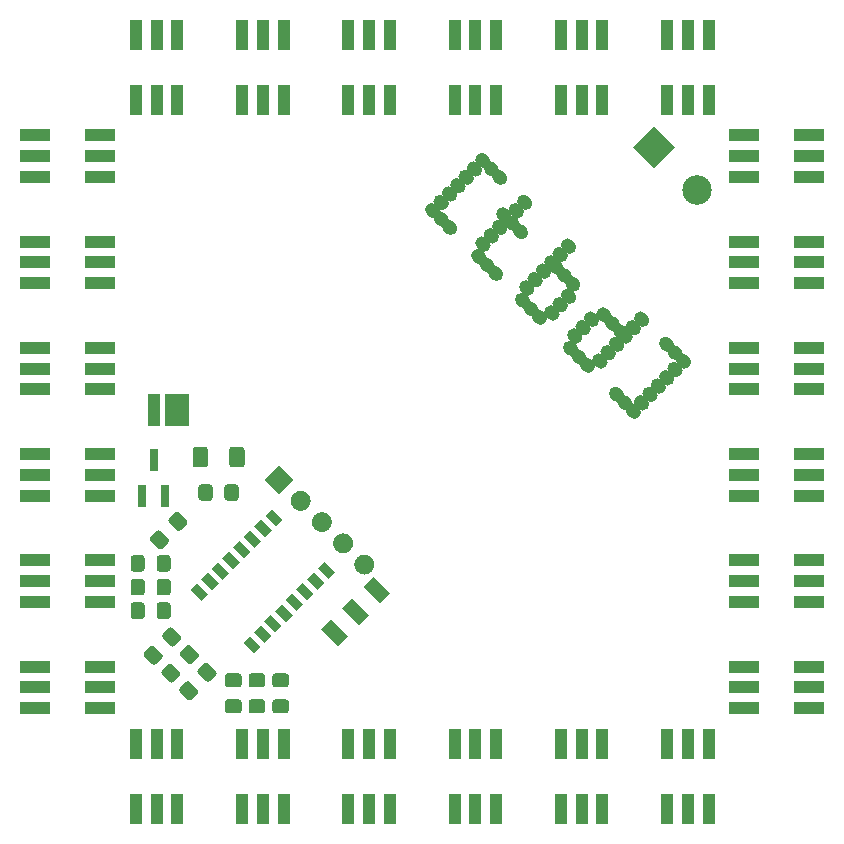
<source format=gbr>
%TF.GenerationSoftware,KiCad,Pcbnew,5.1.9+dfsg1-1+deb11u1*%
%TF.CreationDate,2024-07-25T19:41:34+02:00*%
%TF.ProjectId,label1,6c616265-6c31-42e6-9b69-6361645f7063,rev?*%
%TF.SameCoordinates,Original*%
%TF.FileFunction,Soldermask,Top*%
%TF.FilePolarity,Negative*%
%FSLAX46Y46*%
G04 Gerber Fmt 4.6, Leading zero omitted, Abs format (unit mm)*
G04 Created by KiCad (PCBNEW 5.1.9+dfsg1-1+deb11u1) date 2024-07-25 19:41:34*
%MOMM*%
%LPD*%
G01*
G04 APERTURE LIST*
%ADD10C,0.100000*%
%ADD11R,2.000000X2.800000*%
%ADD12R,1.000000X2.800000*%
%ADD13R,1.100000X2.600000*%
%ADD14R,2.600000X1.100000*%
%ADD15R,0.800000X1.900000*%
%ADD16C,2.500000*%
G04 APERTURE END LIST*
%TO.C,REF\u002A\u002A*%
G36*
G01*
X70954773Y-52197414D02*
X70954773Y-52197414D01*
G75*
G02*
X71767945Y-52197414I406586J-406586D01*
G01*
X71944721Y-52374190D01*
G75*
G02*
X71944721Y-53187362I-406586J-406586D01*
G01*
X71944721Y-53187362D01*
G75*
G02*
X71131549Y-53187362I-406586J406586D01*
G01*
X70954773Y-53010586D01*
G75*
G02*
X70954773Y-52197414I406586J406586D01*
G01*
G37*
G36*
G01*
X71661880Y-52904521D02*
X71661880Y-52904521D01*
G75*
G02*
X72475052Y-52904521I406586J-406586D01*
G01*
X72651828Y-53081297D01*
G75*
G02*
X72651828Y-53894469I-406586J-406586D01*
G01*
X72651828Y-53894469D01*
G75*
G02*
X71838656Y-53894469I-406586J406586D01*
G01*
X71661880Y-53717693D01*
G75*
G02*
X71661880Y-52904521I406586J406586D01*
G01*
G37*
G36*
G01*
X72368987Y-53611628D02*
X72368987Y-53611628D01*
G75*
G02*
X73182159Y-53611628I406586J-406586D01*
G01*
X73358935Y-53788404D01*
G75*
G02*
X73358935Y-54601576I-406586J-406586D01*
G01*
X73358935Y-54601576D01*
G75*
G02*
X72545763Y-54601576I-406586J406586D01*
G01*
X72368987Y-54424800D01*
G75*
G02*
X72368987Y-53611628I406586J406586D01*
G01*
G37*
G36*
G01*
X73076094Y-52904521D02*
X73076094Y-52904521D01*
G75*
G02*
X73889266Y-52904521I406586J-406586D01*
G01*
X74066042Y-53081297D01*
G75*
G02*
X74066042Y-53894469I-406586J-406586D01*
G01*
X74066042Y-53894469D01*
G75*
G02*
X73252870Y-53894469I-406586J406586D01*
G01*
X73076094Y-53717693D01*
G75*
G02*
X73076094Y-52904521I406586J406586D01*
G01*
G37*
G36*
G01*
X73783201Y-52197414D02*
X73783201Y-52197414D01*
G75*
G02*
X74596373Y-52197414I406586J-406586D01*
G01*
X74773149Y-52374190D01*
G75*
G02*
X74773149Y-53187362I-406586J-406586D01*
G01*
X74773149Y-53187362D01*
G75*
G02*
X73959977Y-53187362I-406586J406586D01*
G01*
X73783201Y-53010586D01*
G75*
G02*
X73783201Y-52197414I406586J406586D01*
G01*
G37*
G36*
G01*
X74490307Y-51490307D02*
X74490307Y-51490307D01*
G75*
G02*
X75303479Y-51490307I406586J-406586D01*
G01*
X75480255Y-51667083D01*
G75*
G02*
X75480255Y-52480255I-406586J-406586D01*
G01*
X75480255Y-52480255D01*
G75*
G02*
X74667083Y-52480255I-406586J406586D01*
G01*
X74490307Y-52303479D01*
G75*
G02*
X74490307Y-51490307I406586J406586D01*
G01*
G37*
G36*
G01*
X75197414Y-50783201D02*
X75197414Y-50783201D01*
G75*
G02*
X76010586Y-50783201I406586J-406586D01*
G01*
X76187362Y-50959977D01*
G75*
G02*
X76187362Y-51773149I-406586J-406586D01*
G01*
X76187362Y-51773149D01*
G75*
G02*
X75374190Y-51773149I-406586J406586D01*
G01*
X75197414Y-51596373D01*
G75*
G02*
X75197414Y-50783201I406586J406586D01*
G01*
G37*
G36*
G01*
X75904521Y-50076094D02*
X75904521Y-50076094D01*
G75*
G02*
X76717693Y-50076094I406586J-406586D01*
G01*
X76894469Y-50252870D01*
G75*
G02*
X76894469Y-51066042I-406586J-406586D01*
G01*
X76894469Y-51066042D01*
G75*
G02*
X76081297Y-51066042I-406586J406586D01*
G01*
X75904521Y-50889266D01*
G75*
G02*
X75904521Y-50076094I406586J406586D01*
G01*
G37*
G36*
G01*
X76611628Y-49368987D02*
X76611628Y-49368987D01*
G75*
G02*
X77424800Y-49368987I406586J-406586D01*
G01*
X77601576Y-49545763D01*
G75*
G02*
X77601576Y-50358935I-406586J-406586D01*
G01*
X77601576Y-50358935D01*
G75*
G02*
X76788404Y-50358935I-406586J406586D01*
G01*
X76611628Y-50182159D01*
G75*
G02*
X76611628Y-49368987I406586J406586D01*
G01*
G37*
G36*
G01*
X75904521Y-48661880D02*
X75904521Y-48661880D01*
G75*
G02*
X76717693Y-48661880I406586J-406586D01*
G01*
X76894469Y-48838656D01*
G75*
G02*
X76894469Y-49651828I-406586J-406586D01*
G01*
X76894469Y-49651828D01*
G75*
G02*
X76081297Y-49651828I-406586J406586D01*
G01*
X75904521Y-49475052D01*
G75*
G02*
X75904521Y-48661880I406586J406586D01*
G01*
G37*
G36*
G01*
X75197414Y-47954773D02*
X75197414Y-47954773D01*
G75*
G02*
X76010586Y-47954773I406586J-406586D01*
G01*
X76187362Y-48131549D01*
G75*
G02*
X76187362Y-48944721I-406586J-406586D01*
G01*
X76187362Y-48944721D01*
G75*
G02*
X75374190Y-48944721I-406586J406586D01*
G01*
X75197414Y-48767945D01*
G75*
G02*
X75197414Y-47954773I406586J406586D01*
G01*
G37*
G36*
G01*
X71308327Y-46894113D02*
X71308327Y-46894113D01*
G75*
G02*
X72121499Y-46894113I406586J-406586D01*
G01*
X72298275Y-47070889D01*
G75*
G02*
X72298275Y-47884061I-406586J-406586D01*
G01*
X72298275Y-47884061D01*
G75*
G02*
X71485103Y-47884061I-406586J406586D01*
G01*
X71308327Y-47707285D01*
G75*
G02*
X71308327Y-46894113I406586J406586D01*
G01*
G37*
G36*
G01*
X70601220Y-46187007D02*
X70601220Y-46187007D01*
G75*
G02*
X71414392Y-46187007I406586J-406586D01*
G01*
X71591168Y-46363783D01*
G75*
G02*
X71591168Y-47176955I-406586J-406586D01*
G01*
X71591168Y-47176955D01*
G75*
G02*
X70777996Y-47176955I-406586J406586D01*
G01*
X70601220Y-47000179D01*
G75*
G02*
X70601220Y-46187007I406586J406586D01*
G01*
G37*
G36*
G01*
X69894113Y-45479900D02*
X69894113Y-45479900D01*
G75*
G02*
X70707285Y-45479900I406586J-406586D01*
G01*
X70884061Y-45656676D01*
G75*
G02*
X70884061Y-46469848I-406586J-406586D01*
G01*
X70884061Y-46469848D01*
G75*
G02*
X70070889Y-46469848I-406586J406586D01*
G01*
X69894113Y-46293072D01*
G75*
G02*
X69894113Y-45479900I406586J406586D01*
G01*
G37*
G36*
G01*
X73076094Y-45833453D02*
X73076094Y-45833453D01*
G75*
G02*
X73889266Y-45833453I406586J-406586D01*
G01*
X74066042Y-46010229D01*
G75*
G02*
X74066042Y-46823401I-406586J-406586D01*
G01*
X74066042Y-46823401D01*
G75*
G02*
X73252870Y-46823401I-406586J406586D01*
G01*
X73076094Y-46646625D01*
G75*
G02*
X73076094Y-45833453I406586J406586D01*
G01*
G37*
G36*
G01*
X72368987Y-46540560D02*
X72368987Y-46540560D01*
G75*
G02*
X73182159Y-46540560I406586J-406586D01*
G01*
X73358935Y-46717336D01*
G75*
G02*
X73358935Y-47530508I-406586J-406586D01*
G01*
X73358935Y-47530508D01*
G75*
G02*
X72545763Y-47530508I-406586J406586D01*
G01*
X72368987Y-47353732D01*
G75*
G02*
X72368987Y-46540560I406586J406586D01*
G01*
G37*
G36*
G01*
X71661880Y-47247667D02*
X71661880Y-47247667D01*
G75*
G02*
X72475052Y-47247667I406586J-406586D01*
G01*
X72651828Y-47424443D01*
G75*
G02*
X72651828Y-48237615I-406586J-406586D01*
G01*
X72651828Y-48237615D01*
G75*
G02*
X71838656Y-48237615I-406586J406586D01*
G01*
X71661880Y-48060839D01*
G75*
G02*
X71661880Y-47247667I406586J406586D01*
G01*
G37*
G36*
G01*
X70954773Y-47954773D02*
X70954773Y-47954773D01*
G75*
G02*
X71767945Y-47954773I406586J-406586D01*
G01*
X71944721Y-48131549D01*
G75*
G02*
X71944721Y-48944721I-406586J-406586D01*
G01*
X71944721Y-48944721D01*
G75*
G02*
X71131549Y-48944721I-406586J406586D01*
G01*
X70954773Y-48767945D01*
G75*
G02*
X70954773Y-47954773I406586J406586D01*
G01*
G37*
G36*
G01*
X70247667Y-48661880D02*
X70247667Y-48661880D01*
G75*
G02*
X71060839Y-48661880I406586J-406586D01*
G01*
X71237615Y-48838656D01*
G75*
G02*
X71237615Y-49651828I-406586J-406586D01*
G01*
X71237615Y-49651828D01*
G75*
G02*
X70424443Y-49651828I-406586J406586D01*
G01*
X70247667Y-49475052D01*
G75*
G02*
X70247667Y-48661880I406586J406586D01*
G01*
G37*
G36*
G01*
X69540560Y-49368987D02*
X69540560Y-49368987D01*
G75*
G02*
X70353732Y-49368987I406586J-406586D01*
G01*
X70530508Y-49545763D01*
G75*
G02*
X70530508Y-50358935I-406586J-406586D01*
G01*
X70530508Y-50358935D01*
G75*
G02*
X69717336Y-50358935I-406586J406586D01*
G01*
X69540560Y-50182159D01*
G75*
G02*
X69540560Y-49368987I406586J406586D01*
G01*
G37*
G36*
G01*
X68479900Y-49722540D02*
X68479900Y-49722540D01*
G75*
G02*
X69293072Y-49722540I406586J-406586D01*
G01*
X69469848Y-49899316D01*
G75*
G02*
X69469848Y-50712488I-406586J-406586D01*
G01*
X69469848Y-50712488D01*
G75*
G02*
X68656676Y-50712488I-406586J406586D01*
G01*
X68479900Y-50535712D01*
G75*
G02*
X68479900Y-49722540I406586J406586D01*
G01*
G37*
G36*
G01*
X67772793Y-49015434D02*
X67772793Y-49015434D01*
G75*
G02*
X68585965Y-49015434I406586J-406586D01*
G01*
X68762741Y-49192210D01*
G75*
G02*
X68762741Y-50005382I-406586J-406586D01*
G01*
X68762741Y-50005382D01*
G75*
G02*
X67949569Y-50005382I-406586J406586D01*
G01*
X67772793Y-49828606D01*
G75*
G02*
X67772793Y-49015434I406586J406586D01*
G01*
G37*
G36*
G01*
X67065686Y-48308327D02*
X67065686Y-48308327D01*
G75*
G02*
X67878858Y-48308327I406586J-406586D01*
G01*
X68055634Y-48485103D01*
G75*
G02*
X68055634Y-49298275I-406586J-406586D01*
G01*
X68055634Y-49298275D01*
G75*
G02*
X67242462Y-49298275I-406586J406586D01*
G01*
X67065686Y-49121499D01*
G75*
G02*
X67065686Y-48308327I406586J406586D01*
G01*
G37*
G36*
G01*
X67419240Y-47247667D02*
X67419240Y-47247667D01*
G75*
G02*
X68232412Y-47247667I406586J-406586D01*
G01*
X68409188Y-47424443D01*
G75*
G02*
X68409188Y-48237615I-406586J-406586D01*
G01*
X68409188Y-48237615D01*
G75*
G02*
X67596016Y-48237615I-406586J406586D01*
G01*
X67419240Y-48060839D01*
G75*
G02*
X67419240Y-47247667I406586J406586D01*
G01*
G37*
G36*
G01*
X68126346Y-46540560D02*
X68126346Y-46540560D01*
G75*
G02*
X68939518Y-46540560I406586J-406586D01*
G01*
X69116294Y-46717336D01*
G75*
G02*
X69116294Y-47530508I-406586J-406586D01*
G01*
X69116294Y-47530508D01*
G75*
G02*
X68303122Y-47530508I-406586J406586D01*
G01*
X68126346Y-47353732D01*
G75*
G02*
X68126346Y-46540560I406586J406586D01*
G01*
G37*
G36*
G01*
X68833453Y-45833453D02*
X68833453Y-45833453D01*
G75*
G02*
X69646625Y-45833453I406586J-406586D01*
G01*
X69823401Y-46010229D01*
G75*
G02*
X69823401Y-46823401I-406586J-406586D01*
G01*
X69823401Y-46823401D01*
G75*
G02*
X69010229Y-46823401I-406586J406586D01*
G01*
X68833453Y-46646625D01*
G75*
G02*
X68833453Y-45833453I406586J406586D01*
G01*
G37*
G36*
G01*
X65474696Y-45303123D02*
X65474696Y-45303123D01*
G75*
G02*
X66287868Y-45303123I406586J-406586D01*
G01*
X66464644Y-45479899D01*
G75*
G02*
X66464644Y-46293071I-406586J-406586D01*
G01*
X66464644Y-46293071D01*
G75*
G02*
X65651472Y-46293071I-406586J406586D01*
G01*
X65474696Y-46116295D01*
G75*
G02*
X65474696Y-45303123I406586J406586D01*
G01*
G37*
G36*
G01*
X66181803Y-44596016D02*
X66181803Y-44596016D01*
G75*
G02*
X66994975Y-44596016I406586J-406586D01*
G01*
X67171751Y-44772792D01*
G75*
G02*
X67171751Y-45585964I-406586J-406586D01*
G01*
X67171751Y-45585964D01*
G75*
G02*
X66358579Y-45585964I-406586J406586D01*
G01*
X66181803Y-45409188D01*
G75*
G02*
X66181803Y-44596016I406586J406586D01*
G01*
G37*
G36*
G01*
X66888909Y-43888909D02*
X66888909Y-43888909D01*
G75*
G02*
X67702081Y-43888909I406586J-406586D01*
G01*
X67878857Y-44065685D01*
G75*
G02*
X67878857Y-44878857I-406586J-406586D01*
G01*
X67878857Y-44878857D01*
G75*
G02*
X67065685Y-44878857I-406586J406586D01*
G01*
X66888909Y-44702081D01*
G75*
G02*
X66888909Y-43888909I406586J406586D01*
G01*
G37*
G36*
G01*
X67242463Y-42828249D02*
X67242463Y-42828249D01*
G75*
G02*
X68055635Y-42828249I406586J-406586D01*
G01*
X68232411Y-43005025D01*
G75*
G02*
X68232411Y-43818197I-406586J-406586D01*
G01*
X68232411Y-43818197D01*
G75*
G02*
X67419239Y-43818197I-406586J406586D01*
G01*
X67242463Y-43641421D01*
G75*
G02*
X67242463Y-42828249I406586J406586D01*
G01*
G37*
G36*
G01*
X66535356Y-42121143D02*
X66535356Y-42121143D01*
G75*
G02*
X67348528Y-42121143I406586J-406586D01*
G01*
X67525304Y-42297919D01*
G75*
G02*
X67525304Y-43111091I-406586J-406586D01*
G01*
X67525304Y-43111091D01*
G75*
G02*
X66712132Y-43111091I-406586J406586D01*
G01*
X66535356Y-42934315D01*
G75*
G02*
X66535356Y-42121143I406586J406586D01*
G01*
G37*
G36*
G01*
X65828249Y-41414036D02*
X65828249Y-41414036D01*
G75*
G02*
X66641421Y-41414036I406586J-406586D01*
G01*
X66818197Y-41590812D01*
G75*
G02*
X66818197Y-42403984I-406586J-406586D01*
G01*
X66818197Y-42403984D01*
G75*
G02*
X66005025Y-42403984I-406586J406586D01*
G01*
X65828249Y-42227208D01*
G75*
G02*
X65828249Y-41414036I406586J406586D01*
G01*
G37*
G36*
G01*
X64414036Y-45656676D02*
X64414036Y-45656676D01*
G75*
G02*
X65227208Y-45656676I406586J-406586D01*
G01*
X65403984Y-45833452D01*
G75*
G02*
X65403984Y-46646624I-406586J-406586D01*
G01*
X65403984Y-46646624D01*
G75*
G02*
X64590812Y-46646624I-406586J406586D01*
G01*
X64414036Y-46469848D01*
G75*
G02*
X64414036Y-45656676I406586J406586D01*
G01*
G37*
G36*
G01*
X63706929Y-44949570D02*
X63706929Y-44949570D01*
G75*
G02*
X64520101Y-44949570I406586J-406586D01*
G01*
X64696877Y-45126346D01*
G75*
G02*
X64696877Y-45939518I-406586J-406586D01*
G01*
X64696877Y-45939518D01*
G75*
G02*
X63883705Y-45939518I-406586J406586D01*
G01*
X63706929Y-45762742D01*
G75*
G02*
X63706929Y-44949570I406586J406586D01*
G01*
G37*
G36*
G01*
X62999822Y-44242463D02*
X62999822Y-44242463D01*
G75*
G02*
X63812994Y-44242463I406586J-406586D01*
G01*
X63989770Y-44419239D01*
G75*
G02*
X63989770Y-45232411I-406586J-406586D01*
G01*
X63989770Y-45232411D01*
G75*
G02*
X63176598Y-45232411I-406586J406586D01*
G01*
X62999822Y-45055635D01*
G75*
G02*
X62999822Y-44242463I406586J406586D01*
G01*
G37*
G36*
G01*
X63353376Y-43181803D02*
X63353376Y-43181803D01*
G75*
G02*
X64166548Y-43181803I406586J-406586D01*
G01*
X64343324Y-43358579D01*
G75*
G02*
X64343324Y-44171751I-406586J-406586D01*
G01*
X64343324Y-44171751D01*
G75*
G02*
X63530152Y-44171751I-406586J406586D01*
G01*
X63353376Y-43994975D01*
G75*
G02*
X63353376Y-43181803I406586J406586D01*
G01*
G37*
G36*
G01*
X64060482Y-42474696D02*
X64060482Y-42474696D01*
G75*
G02*
X64873654Y-42474696I406586J-406586D01*
G01*
X65050430Y-42651472D01*
G75*
G02*
X65050430Y-43464644I-406586J-406586D01*
G01*
X65050430Y-43464644D01*
G75*
G02*
X64237258Y-43464644I-406586J406586D01*
G01*
X64060482Y-43287868D01*
G75*
G02*
X64060482Y-42474696I406586J406586D01*
G01*
G37*
G36*
G01*
X64767589Y-41767589D02*
X64767589Y-41767589D01*
G75*
G02*
X65580761Y-41767589I406586J-406586D01*
G01*
X65757537Y-41944365D01*
G75*
G02*
X65757537Y-42757537I-406586J-406586D01*
G01*
X65757537Y-42757537D01*
G75*
G02*
X64944365Y-42757537I-406586J406586D01*
G01*
X64767589Y-42580761D01*
G75*
G02*
X64767589Y-41767589I406586J406586D01*
G01*
G37*
G36*
G01*
X65474696Y-41060482D02*
X65474696Y-41060482D01*
G75*
G02*
X66287868Y-41060482I406586J-406586D01*
G01*
X66464644Y-41237258D01*
G75*
G02*
X66464644Y-42050430I-406586J-406586D01*
G01*
X66464644Y-42050430D01*
G75*
G02*
X65651472Y-42050430I-406586J406586D01*
G01*
X65474696Y-41873654D01*
G75*
G02*
X65474696Y-41060482I406586J406586D01*
G01*
G37*
G36*
G01*
X66181803Y-40353376D02*
X66181803Y-40353376D01*
G75*
G02*
X66994975Y-40353376I406586J-406586D01*
G01*
X67171751Y-40530152D01*
G75*
G02*
X67171751Y-41343324I-406586J-406586D01*
G01*
X67171751Y-41343324D01*
G75*
G02*
X66358579Y-41343324I-406586J406586D01*
G01*
X66181803Y-41166548D01*
G75*
G02*
X66181803Y-40353376I406586J406586D01*
G01*
G37*
G36*
G01*
X66888909Y-39646269D02*
X66888909Y-39646269D01*
G75*
G02*
X67702081Y-39646269I406586J-406586D01*
G01*
X67878857Y-39823045D01*
G75*
G02*
X67878857Y-40636217I-406586J-406586D01*
G01*
X67878857Y-40636217D01*
G75*
G02*
X67065685Y-40636217I-406586J406586D01*
G01*
X66888909Y-40459441D01*
G75*
G02*
X66888909Y-39646269I406586J406586D01*
G01*
G37*
G36*
G01*
X60701725Y-41944366D02*
X60701725Y-41944366D01*
G75*
G02*
X61514897Y-41944366I406586J-406586D01*
G01*
X61691673Y-42121142D01*
G75*
G02*
X61691673Y-42934314I-406586J-406586D01*
G01*
X61691673Y-42934314D01*
G75*
G02*
X60878501Y-42934314I-406586J406586D01*
G01*
X60701725Y-42757538D01*
G75*
G02*
X60701725Y-41944366I406586J406586D01*
G01*
G37*
G36*
G01*
X59994618Y-41237259D02*
X59994618Y-41237259D01*
G75*
G02*
X60807790Y-41237259I406586J-406586D01*
G01*
X60984566Y-41414035D01*
G75*
G02*
X60984566Y-42227207I-406586J-406586D01*
G01*
X60984566Y-42227207D01*
G75*
G02*
X60171394Y-42227207I-406586J406586D01*
G01*
X59994618Y-42050431D01*
G75*
G02*
X59994618Y-41237259I406586J406586D01*
G01*
G37*
G36*
G01*
X59287512Y-40530152D02*
X59287512Y-40530152D01*
G75*
G02*
X60100684Y-40530152I406586J-406586D01*
G01*
X60277460Y-40706928D01*
G75*
G02*
X60277460Y-41520100I-406586J-406586D01*
G01*
X60277460Y-41520100D01*
G75*
G02*
X59464288Y-41520100I-406586J406586D01*
G01*
X59287512Y-41343324D01*
G75*
G02*
X59287512Y-40530152I406586J406586D01*
G01*
G37*
G36*
G01*
X59641065Y-39469492D02*
X59641065Y-39469492D01*
G75*
G02*
X60454237Y-39469492I406586J-406586D01*
G01*
X60631013Y-39646268D01*
G75*
G02*
X60631013Y-40459440I-406586J-406586D01*
G01*
X60631013Y-40459440D01*
G75*
G02*
X59817841Y-40459440I-406586J406586D01*
G01*
X59641065Y-40282664D01*
G75*
G02*
X59641065Y-39469492I406586J406586D01*
G01*
G37*
G36*
G01*
X60348172Y-38762385D02*
X60348172Y-38762385D01*
G75*
G02*
X61161344Y-38762385I406586J-406586D01*
G01*
X61338120Y-38939161D01*
G75*
G02*
X61338120Y-39752333I-406586J-406586D01*
G01*
X61338120Y-39752333D01*
G75*
G02*
X60524948Y-39752333I-406586J406586D01*
G01*
X60348172Y-39575557D01*
G75*
G02*
X60348172Y-38762385I406586J406586D01*
G01*
G37*
G36*
G01*
X61055279Y-38055279D02*
X61055279Y-38055279D01*
G75*
G02*
X61868451Y-38055279I406586J-406586D01*
G01*
X62045227Y-38232055D01*
G75*
G02*
X62045227Y-39045227I-406586J-406586D01*
G01*
X62045227Y-39045227D01*
G75*
G02*
X61232055Y-39045227I-406586J406586D01*
G01*
X61055279Y-38868451D01*
G75*
G02*
X61055279Y-38055279I406586J406586D01*
G01*
G37*
G36*
G01*
X62823045Y-38408832D02*
X62823045Y-38408832D01*
G75*
G02*
X63636217Y-38408832I406586J-406586D01*
G01*
X63812993Y-38585608D01*
G75*
G02*
X63812993Y-39398780I-406586J-406586D01*
G01*
X63812993Y-39398780D01*
G75*
G02*
X62999821Y-39398780I-406586J406586D01*
G01*
X62823045Y-39222004D01*
G75*
G02*
X62823045Y-38408832I406586J406586D01*
G01*
G37*
G36*
G01*
X62115939Y-37701725D02*
X62115939Y-37701725D01*
G75*
G02*
X62929111Y-37701725I406586J-406586D01*
G01*
X63105887Y-37878501D01*
G75*
G02*
X63105887Y-38691673I-406586J-406586D01*
G01*
X63105887Y-38691673D01*
G75*
G02*
X62292715Y-38691673I-406586J406586D01*
G01*
X62115939Y-38514897D01*
G75*
G02*
X62115939Y-37701725I406586J406586D01*
G01*
G37*
G36*
G01*
X61408832Y-36994618D02*
X61408832Y-36994618D01*
G75*
G02*
X62222004Y-36994618I406586J-406586D01*
G01*
X62398780Y-37171394D01*
G75*
G02*
X62398780Y-37984566I-406586J-406586D01*
G01*
X62398780Y-37984566D01*
G75*
G02*
X61585608Y-37984566I-406586J406586D01*
G01*
X61408832Y-37807790D01*
G75*
G02*
X61408832Y-36994618I406586J406586D01*
G01*
G37*
G36*
G01*
X62469492Y-36641065D02*
X62469492Y-36641065D01*
G75*
G02*
X63282664Y-36641065I406586J-406586D01*
G01*
X63459440Y-36817841D01*
G75*
G02*
X63459440Y-37631013I-406586J-406586D01*
G01*
X63459440Y-37631013D01*
G75*
G02*
X62646268Y-37631013I-406586J406586D01*
G01*
X62469492Y-37454237D01*
G75*
G02*
X62469492Y-36641065I406586J406586D01*
G01*
G37*
G36*
G01*
X63176599Y-35933958D02*
X63176599Y-35933958D01*
G75*
G02*
X63989771Y-35933958I406586J-406586D01*
G01*
X64166547Y-36110734D01*
G75*
G02*
X64166547Y-36923906I-406586J-406586D01*
G01*
X64166547Y-36923906D01*
G75*
G02*
X63353375Y-36923906I-406586J406586D01*
G01*
X63176599Y-36747130D01*
G75*
G02*
X63176599Y-35933958I406586J406586D01*
G01*
G37*
G36*
G01*
X56105531Y-35933958D02*
X56105531Y-35933958D01*
G75*
G02*
X56918703Y-35933958I406586J-406586D01*
G01*
X57095479Y-36110734D01*
G75*
G02*
X57095479Y-36923906I-406586J-406586D01*
G01*
X57095479Y-36923906D01*
G75*
G02*
X56282307Y-36923906I-406586J406586D01*
G01*
X56105531Y-36747130D01*
G75*
G02*
X56105531Y-35933958I406586J406586D01*
G01*
G37*
G36*
G01*
X56812638Y-38055279D02*
X56812638Y-38055279D01*
G75*
G02*
X57625810Y-38055279I406586J-406586D01*
G01*
X57802586Y-38232055D01*
G75*
G02*
X57802586Y-39045227I-406586J-406586D01*
G01*
X57802586Y-39045227D01*
G75*
G02*
X56989414Y-39045227I-406586J406586D01*
G01*
X56812638Y-38868451D01*
G75*
G02*
X56812638Y-38055279I406586J406586D01*
G01*
G37*
G36*
G01*
X56105531Y-37348172D02*
X56105531Y-37348172D01*
G75*
G02*
X56918703Y-37348172I406586J-406586D01*
G01*
X57095479Y-37524948D01*
G75*
G02*
X57095479Y-38338120I-406586J-406586D01*
G01*
X57095479Y-38338120D01*
G75*
G02*
X56282307Y-38338120I-406586J406586D01*
G01*
X56105531Y-38161344D01*
G75*
G02*
X56105531Y-37348172I406586J406586D01*
G01*
G37*
G36*
G01*
X55398424Y-36641065D02*
X55398424Y-36641065D01*
G75*
G02*
X56211596Y-36641065I406586J-406586D01*
G01*
X56388372Y-36817841D01*
G75*
G02*
X56388372Y-37631013I-406586J-406586D01*
G01*
X56388372Y-37631013D01*
G75*
G02*
X55575200Y-37631013I-406586J406586D01*
G01*
X55398424Y-37454237D01*
G75*
G02*
X55398424Y-36641065I406586J406586D01*
G01*
G37*
G36*
G01*
X56812638Y-35226851D02*
X56812638Y-35226851D01*
G75*
G02*
X57625810Y-35226851I406586J-406586D01*
G01*
X57802586Y-35403627D01*
G75*
G02*
X57802586Y-36216799I-406586J-406586D01*
G01*
X57802586Y-36216799D01*
G75*
G02*
X56989414Y-36216799I-406586J406586D01*
G01*
X56812638Y-36040023D01*
G75*
G02*
X56812638Y-35226851I406586J406586D01*
G01*
G37*
G36*
G01*
X61055279Y-33812638D02*
X61055279Y-33812638D01*
G75*
G02*
X61868451Y-33812638I406586J-406586D01*
G01*
X62045227Y-33989414D01*
G75*
G02*
X62045227Y-34802586I-406586J-406586D01*
G01*
X62045227Y-34802586D01*
G75*
G02*
X61232055Y-34802586I-406586J406586D01*
G01*
X61055279Y-34625810D01*
G75*
G02*
X61055279Y-33812638I406586J406586D01*
G01*
G37*
G36*
G01*
X60348172Y-33105531D02*
X60348172Y-33105531D01*
G75*
G02*
X61161344Y-33105531I406586J-406586D01*
G01*
X61338120Y-33282307D01*
G75*
G02*
X61338120Y-34095479I-406586J-406586D01*
G01*
X61338120Y-34095479D01*
G75*
G02*
X60524948Y-34095479I-406586J406586D01*
G01*
X60348172Y-33918703D01*
G75*
G02*
X60348172Y-33105531I406586J406586D01*
G01*
G37*
G36*
G01*
X59641065Y-32398424D02*
X59641065Y-32398424D01*
G75*
G02*
X60454237Y-32398424I406586J-406586D01*
G01*
X60631013Y-32575200D01*
G75*
G02*
X60631013Y-33388372I-406586J-406586D01*
G01*
X60631013Y-33388372D01*
G75*
G02*
X59817841Y-33388372I-406586J406586D01*
G01*
X59641065Y-33211596D01*
G75*
G02*
X59641065Y-32398424I406586J406586D01*
G01*
G37*
G36*
G01*
X58933958Y-33105531D02*
X58933958Y-33105531D01*
G75*
G02*
X59747130Y-33105531I406586J-406586D01*
G01*
X59923906Y-33282307D01*
G75*
G02*
X59923906Y-34095479I-406586J-406586D01*
G01*
X59923906Y-34095479D01*
G75*
G02*
X59110734Y-34095479I-406586J406586D01*
G01*
X58933958Y-33918703D01*
G75*
G02*
X58933958Y-33105531I406586J406586D01*
G01*
G37*
G36*
G01*
X58226851Y-33812638D02*
X58226851Y-33812638D01*
G75*
G02*
X59040023Y-33812638I406586J-406586D01*
G01*
X59216799Y-33989414D01*
G75*
G02*
X59216799Y-34802586I-406586J-406586D01*
G01*
X59216799Y-34802586D01*
G75*
G02*
X58403627Y-34802586I-406586J406586D01*
G01*
X58226851Y-34625810D01*
G75*
G02*
X58226851Y-33812638I406586J406586D01*
G01*
G37*
G36*
G01*
X57519745Y-34519745D02*
X57519745Y-34519745D01*
G75*
G02*
X58332917Y-34519745I406586J-406586D01*
G01*
X58509693Y-34696521D01*
G75*
G02*
X58509693Y-35509693I-406586J-406586D01*
G01*
X58509693Y-35509693D01*
G75*
G02*
X57696521Y-35509693I-406586J406586D01*
G01*
X57519745Y-35332917D01*
G75*
G02*
X57519745Y-34519745I406586J406586D01*
G01*
G37*
%TD*%
D10*
%TO.C,U2*%
G36*
X47274659Y-71710732D02*
G01*
X48688873Y-73124946D01*
X47840345Y-73973474D01*
X46426131Y-72559260D01*
X47274659Y-71710732D01*
G37*
G36*
X49070710Y-69914680D02*
G01*
X50484924Y-71328894D01*
X49636396Y-72177422D01*
X48222182Y-70763208D01*
X49070710Y-69914680D01*
G37*
G36*
X50866762Y-68118629D02*
G01*
X52280976Y-69532843D01*
X51432448Y-70381371D01*
X50018234Y-68967157D01*
X50866762Y-68118629D01*
G37*
%TD*%
D11*
%TO.C,D41*%
X34250000Y-54000000D03*
D12*
X32250000Y-54000000D03*
%TD*%
D10*
%TO.C,U1*%
G36*
X36868450Y-69596016D02*
G01*
X36302765Y-70161701D01*
X35383526Y-69242462D01*
X35949211Y-68676777D01*
X36868450Y-69596016D01*
G37*
G36*
X37773547Y-68690919D02*
G01*
X37207862Y-69256604D01*
X36288623Y-68337365D01*
X36854308Y-67771680D01*
X37773547Y-68690919D01*
G37*
G36*
X38664502Y-67799965D02*
G01*
X38098817Y-68365650D01*
X37179578Y-67446411D01*
X37745263Y-66880726D01*
X38664502Y-67799965D01*
G37*
G36*
X39562527Y-66901939D02*
G01*
X38996842Y-67467624D01*
X38077603Y-66548385D01*
X38643288Y-65982700D01*
X39562527Y-66901939D01*
G37*
G36*
X40467624Y-65996842D02*
G01*
X39901939Y-66562527D01*
X38982700Y-65643288D01*
X39548385Y-65077603D01*
X40467624Y-65996842D01*
G37*
G36*
X41365650Y-65098817D02*
G01*
X40799965Y-65664502D01*
X39880726Y-64745263D01*
X40446411Y-64179578D01*
X41365650Y-65098817D01*
G37*
G36*
X42256604Y-64207862D02*
G01*
X41690919Y-64773547D01*
X40771680Y-63854308D01*
X41337365Y-63288623D01*
X42256604Y-64207862D01*
G37*
G36*
X43161701Y-63302765D02*
G01*
X42596016Y-63868450D01*
X41676777Y-62949211D01*
X42242462Y-62383526D01*
X43161701Y-63302765D01*
G37*
G36*
X47616474Y-67757538D02*
G01*
X47050789Y-68323223D01*
X46131550Y-67403984D01*
X46697235Y-66838299D01*
X47616474Y-67757538D01*
G37*
G36*
X46711377Y-68662635D02*
G01*
X46145692Y-69228320D01*
X45226453Y-68309081D01*
X45792138Y-67743396D01*
X46711377Y-68662635D01*
G37*
G36*
X45820422Y-69553589D02*
G01*
X45254737Y-70119274D01*
X44335498Y-69200035D01*
X44901183Y-68634350D01*
X45820422Y-69553589D01*
G37*
G36*
X44922397Y-70451615D02*
G01*
X44356712Y-71017300D01*
X43437473Y-70098061D01*
X44003158Y-69532376D01*
X44922397Y-70451615D01*
G37*
G36*
X44017300Y-71356712D02*
G01*
X43451615Y-71922397D01*
X42532376Y-71003158D01*
X43098061Y-70437473D01*
X44017300Y-71356712D01*
G37*
G36*
X43119274Y-72254737D02*
G01*
X42553589Y-72820422D01*
X41634350Y-71901183D01*
X42200035Y-71335498D01*
X43119274Y-72254737D01*
G37*
G36*
X42228320Y-73145692D02*
G01*
X41662635Y-73711377D01*
X40743396Y-72792138D01*
X41309081Y-72226453D01*
X42228320Y-73145692D01*
G37*
G36*
X41323223Y-74050789D02*
G01*
X40757538Y-74616474D01*
X39838299Y-73697235D01*
X40403984Y-73131550D01*
X41323223Y-74050789D01*
G37*
%TD*%
D13*
%TO.C,D4*%
X66750000Y-82250000D03*
X68500000Y-82250000D03*
X70250000Y-82250000D03*
X70250000Y-87750000D03*
X68500000Y-87750000D03*
X66750000Y-87750000D03*
%TD*%
%TO.C,R1*%
G36*
G01*
X31500000Y-66549600D02*
X31500000Y-67450400D01*
G75*
G02*
X31250400Y-67700000I-249600J0D01*
G01*
X30549600Y-67700000D01*
G75*
G02*
X30300000Y-67450400I0J249600D01*
G01*
X30300000Y-66549600D01*
G75*
G02*
X30549600Y-66300000I249600J0D01*
G01*
X31250400Y-66300000D01*
G75*
G02*
X31500000Y-66549600I0J-249600D01*
G01*
G37*
G36*
G01*
X33700000Y-66549600D02*
X33700000Y-67450400D01*
G75*
G02*
X33450400Y-67700000I-249600J0D01*
G01*
X32749600Y-67700000D01*
G75*
G02*
X32500000Y-67450400I0J249600D01*
G01*
X32500000Y-66549600D01*
G75*
G02*
X32749600Y-66300000I249600J0D01*
G01*
X33450400Y-66300000D01*
G75*
G02*
X33700000Y-66549600I0J-249600D01*
G01*
G37*
%TD*%
%TO.C,R9*%
G36*
G01*
X33827966Y-75535072D02*
X34464928Y-76172034D01*
G75*
G02*
X34464928Y-76525022I-176494J-176494D01*
G01*
X33969388Y-77020562D01*
G75*
G02*
X33616400Y-77020562I-176494J176494D01*
G01*
X32979438Y-76383600D01*
G75*
G02*
X32979438Y-76030612I176494J176494D01*
G01*
X33474978Y-75535072D01*
G75*
G02*
X33827966Y-75535072I176494J-176494D01*
G01*
G37*
G36*
G01*
X35383600Y-73979438D02*
X36020562Y-74616400D01*
G75*
G02*
X36020562Y-74969388I-176494J-176494D01*
G01*
X35525022Y-75464928D01*
G75*
G02*
X35172034Y-75464928I-176494J176494D01*
G01*
X34535072Y-74827966D01*
G75*
G02*
X34535072Y-74474978I176494J176494D01*
G01*
X35030612Y-73979438D01*
G75*
G02*
X35383600Y-73979438I176494J-176494D01*
G01*
G37*
%TD*%
%TO.C,R8*%
G36*
G01*
X42549600Y-78500000D02*
X43450400Y-78500000D01*
G75*
G02*
X43700000Y-78749600I0J-249600D01*
G01*
X43700000Y-79450400D01*
G75*
G02*
X43450400Y-79700000I-249600J0D01*
G01*
X42549600Y-79700000D01*
G75*
G02*
X42300000Y-79450400I0J249600D01*
G01*
X42300000Y-78749600D01*
G75*
G02*
X42549600Y-78500000I249600J0D01*
G01*
G37*
G36*
G01*
X42549600Y-76300000D02*
X43450400Y-76300000D01*
G75*
G02*
X43700000Y-76549600I0J-249600D01*
G01*
X43700000Y-77250400D01*
G75*
G02*
X43450400Y-77500000I-249600J0D01*
G01*
X42549600Y-77500000D01*
G75*
G02*
X42300000Y-77250400I0J249600D01*
G01*
X42300000Y-76549600D01*
G75*
G02*
X42549600Y-76300000I249600J0D01*
G01*
G37*
%TD*%
%TO.C,R7*%
G36*
G01*
X40549600Y-78500000D02*
X41450400Y-78500000D01*
G75*
G02*
X41700000Y-78749600I0J-249600D01*
G01*
X41700000Y-79450400D01*
G75*
G02*
X41450400Y-79700000I-249600J0D01*
G01*
X40549600Y-79700000D01*
G75*
G02*
X40300000Y-79450400I0J249600D01*
G01*
X40300000Y-78749600D01*
G75*
G02*
X40549600Y-78500000I249600J0D01*
G01*
G37*
G36*
G01*
X40549600Y-76300000D02*
X41450400Y-76300000D01*
G75*
G02*
X41700000Y-76549600I0J-249600D01*
G01*
X41700000Y-77250400D01*
G75*
G02*
X41450400Y-77500000I-249600J0D01*
G01*
X40549600Y-77500000D01*
G75*
G02*
X40300000Y-77250400I0J249600D01*
G01*
X40300000Y-76549600D01*
G75*
G02*
X40549600Y-76300000I249600J0D01*
G01*
G37*
%TD*%
%TO.C,R6*%
G36*
G01*
X38549600Y-78500000D02*
X39450400Y-78500000D01*
G75*
G02*
X39700000Y-78749600I0J-249600D01*
G01*
X39700000Y-79450400D01*
G75*
G02*
X39450400Y-79700000I-249600J0D01*
G01*
X38549600Y-79700000D01*
G75*
G02*
X38300000Y-79450400I0J249600D01*
G01*
X38300000Y-78749600D01*
G75*
G02*
X38549600Y-78500000I249600J0D01*
G01*
G37*
G36*
G01*
X38549600Y-76300000D02*
X39450400Y-76300000D01*
G75*
G02*
X39700000Y-76549600I0J-249600D01*
G01*
X39700000Y-77250400D01*
G75*
G02*
X39450400Y-77500000I-249600J0D01*
G01*
X38549600Y-77500000D01*
G75*
G02*
X38300000Y-77250400I0J249600D01*
G01*
X38300000Y-76549600D01*
G75*
G02*
X38549600Y-76300000I249600J0D01*
G01*
G37*
%TD*%
%TO.C,R5*%
G36*
G01*
X35327966Y-77035072D02*
X35964928Y-77672034D01*
G75*
G02*
X35964928Y-78025022I-176494J-176494D01*
G01*
X35469388Y-78520562D01*
G75*
G02*
X35116400Y-78520562I-176494J176494D01*
G01*
X34479438Y-77883600D01*
G75*
G02*
X34479438Y-77530612I176494J176494D01*
G01*
X34974978Y-77035072D01*
G75*
G02*
X35327966Y-77035072I176494J-176494D01*
G01*
G37*
G36*
G01*
X36883600Y-75479438D02*
X37520562Y-76116400D01*
G75*
G02*
X37520562Y-76469388I-176494J-176494D01*
G01*
X37025022Y-76964928D01*
G75*
G02*
X36672034Y-76964928I-176494J176494D01*
G01*
X36035072Y-76327966D01*
G75*
G02*
X36035072Y-75974978I176494J176494D01*
G01*
X36530612Y-75479438D01*
G75*
G02*
X36883600Y-75479438I176494J-176494D01*
G01*
G37*
%TD*%
%TO.C,R4*%
G36*
G01*
X32327966Y-74035072D02*
X32964928Y-74672034D01*
G75*
G02*
X32964928Y-75025022I-176494J-176494D01*
G01*
X32469388Y-75520562D01*
G75*
G02*
X32116400Y-75520562I-176494J176494D01*
G01*
X31479438Y-74883600D01*
G75*
G02*
X31479438Y-74530612I176494J176494D01*
G01*
X31974978Y-74035072D01*
G75*
G02*
X32327966Y-74035072I176494J-176494D01*
G01*
G37*
G36*
G01*
X33883600Y-72479438D02*
X34520562Y-73116400D01*
G75*
G02*
X34520562Y-73469388I-176494J-176494D01*
G01*
X34025022Y-73964928D01*
G75*
G02*
X33672034Y-73964928I-176494J176494D01*
G01*
X33035072Y-73327966D01*
G75*
G02*
X33035072Y-72974978I176494J176494D01*
G01*
X33530612Y-72479438D01*
G75*
G02*
X33883600Y-72479438I176494J-176494D01*
G01*
G37*
%TD*%
%TO.C,R3*%
G36*
G01*
X31500000Y-70549600D02*
X31500000Y-71450400D01*
G75*
G02*
X31250400Y-71700000I-249600J0D01*
G01*
X30549600Y-71700000D01*
G75*
G02*
X30300000Y-71450400I0J249600D01*
G01*
X30300000Y-70549600D01*
G75*
G02*
X30549600Y-70300000I249600J0D01*
G01*
X31250400Y-70300000D01*
G75*
G02*
X31500000Y-70549600I0J-249600D01*
G01*
G37*
G36*
G01*
X33700000Y-70549600D02*
X33700000Y-71450400D01*
G75*
G02*
X33450400Y-71700000I-249600J0D01*
G01*
X32749600Y-71700000D01*
G75*
G02*
X32500000Y-71450400I0J249600D01*
G01*
X32500000Y-70549600D01*
G75*
G02*
X32749600Y-70300000I249600J0D01*
G01*
X33450400Y-70300000D01*
G75*
G02*
X33700000Y-70549600I0J-249600D01*
G01*
G37*
%TD*%
%TO.C,R2*%
G36*
G01*
X31500000Y-68549600D02*
X31500000Y-69450400D01*
G75*
G02*
X31250400Y-69700000I-249600J0D01*
G01*
X30549600Y-69700000D01*
G75*
G02*
X30300000Y-69450400I0J249600D01*
G01*
X30300000Y-68549600D01*
G75*
G02*
X30549600Y-68300000I249600J0D01*
G01*
X31250400Y-68300000D01*
G75*
G02*
X31500000Y-68549600I0J-249600D01*
G01*
G37*
G36*
G01*
X33700000Y-68549600D02*
X33700000Y-69450400D01*
G75*
G02*
X33450400Y-69700000I-249600J0D01*
G01*
X32749600Y-69700000D01*
G75*
G02*
X32500000Y-69450400I0J249600D01*
G01*
X32500000Y-68549600D01*
G75*
G02*
X32749600Y-68300000I249600J0D01*
G01*
X33450400Y-68300000D01*
G75*
G02*
X33700000Y-68549600I0J-249600D01*
G01*
G37*
%TD*%
%TO.C,D24*%
X79250000Y-27750000D03*
X77500000Y-27750000D03*
X75750000Y-27750000D03*
X75750000Y-22250000D03*
X77500000Y-22250000D03*
X79250000Y-22250000D03*
%TD*%
D14*
%TO.C,D23*%
X87750000Y-30750000D03*
X87750000Y-32500000D03*
X87750000Y-34250000D03*
X82250000Y-34250000D03*
X82250000Y-32500000D03*
X82250000Y-30750000D03*
%TD*%
D13*
%TO.C,D22*%
X66750000Y-22250000D03*
X68500000Y-22250000D03*
X70250000Y-22250000D03*
X70250000Y-27750000D03*
X68500000Y-27750000D03*
X66750000Y-27750000D03*
%TD*%
D14*
%TO.C,D21*%
X82250000Y-43250000D03*
X82250000Y-41500000D03*
X82250000Y-39750000D03*
X87750000Y-39750000D03*
X87750000Y-41500000D03*
X87750000Y-43250000D03*
%TD*%
D13*
%TO.C,D20*%
X61250000Y-27750000D03*
X59500000Y-27750000D03*
X57750000Y-27750000D03*
X57750000Y-22250000D03*
X59500000Y-22250000D03*
X61250000Y-22250000D03*
%TD*%
D14*
%TO.C,D19*%
X87750000Y-48750000D03*
X87750000Y-50500000D03*
X87750000Y-52250000D03*
X82250000Y-52250000D03*
X82250000Y-50500000D03*
X82250000Y-48750000D03*
%TD*%
D13*
%TO.C,D18*%
X48750000Y-22250000D03*
X50500000Y-22250000D03*
X52250000Y-22250000D03*
X52250000Y-27750000D03*
X50500000Y-27750000D03*
X48750000Y-27750000D03*
%TD*%
D14*
%TO.C,D17*%
X82250000Y-61250000D03*
X82250000Y-59500000D03*
X82250000Y-57750000D03*
X87750000Y-57750000D03*
X87750000Y-59500000D03*
X87750000Y-61250000D03*
%TD*%
D13*
%TO.C,D16*%
X43250000Y-27750000D03*
X41500000Y-27750000D03*
X39750000Y-27750000D03*
X39750000Y-22250000D03*
X41500000Y-22250000D03*
X43250000Y-22250000D03*
%TD*%
D14*
%TO.C,D15*%
X87750000Y-66750000D03*
X87750000Y-68500000D03*
X87750000Y-70250000D03*
X82250000Y-70250000D03*
X82250000Y-68500000D03*
X82250000Y-66750000D03*
%TD*%
D13*
%TO.C,D14*%
X30750000Y-22250000D03*
X32500000Y-22250000D03*
X34250000Y-22250000D03*
X34250000Y-27750000D03*
X32500000Y-27750000D03*
X30750000Y-27750000D03*
%TD*%
D14*
%TO.C,D13*%
X82250000Y-79250000D03*
X82250000Y-77500000D03*
X82250000Y-75750000D03*
X87750000Y-75750000D03*
X87750000Y-77500000D03*
X87750000Y-79250000D03*
%TD*%
D13*
%TO.C,D12*%
X30750000Y-82250000D03*
X32500000Y-82250000D03*
X34250000Y-82250000D03*
X34250000Y-87750000D03*
X32500000Y-87750000D03*
X30750000Y-87750000D03*
%TD*%
D14*
%TO.C,D11*%
X22250000Y-79250000D03*
X22250000Y-77500000D03*
X22250000Y-75750000D03*
X27750000Y-75750000D03*
X27750000Y-77500000D03*
X27750000Y-79250000D03*
%TD*%
D13*
%TO.C,D10*%
X43250000Y-87750000D03*
X41500000Y-87750000D03*
X39750000Y-87750000D03*
X39750000Y-82250000D03*
X41500000Y-82250000D03*
X43250000Y-82250000D03*
%TD*%
D14*
%TO.C,D9*%
X27750000Y-66750000D03*
X27750000Y-68500000D03*
X27750000Y-70250000D03*
X22250000Y-70250000D03*
X22250000Y-68500000D03*
X22250000Y-66750000D03*
%TD*%
D13*
%TO.C,D8*%
X48750000Y-82250000D03*
X50500000Y-82250000D03*
X52250000Y-82250000D03*
X52250000Y-87750000D03*
X50500000Y-87750000D03*
X48750000Y-87750000D03*
%TD*%
D14*
%TO.C,D7*%
X22250000Y-61250000D03*
X22250000Y-59500000D03*
X22250000Y-57750000D03*
X27750000Y-57750000D03*
X27750000Y-59500000D03*
X27750000Y-61250000D03*
%TD*%
D13*
%TO.C,D6*%
X61250000Y-87750000D03*
X59500000Y-87750000D03*
X57750000Y-87750000D03*
X57750000Y-82250000D03*
X59500000Y-82250000D03*
X61250000Y-82250000D03*
%TD*%
D14*
%TO.C,D5*%
X27750000Y-48750000D03*
X27750000Y-50500000D03*
X27750000Y-52250000D03*
X22250000Y-52250000D03*
X22250000Y-50500000D03*
X22250000Y-48750000D03*
%TD*%
%TO.C,D3*%
X22250000Y-43250000D03*
X22250000Y-41500000D03*
X22250000Y-39750000D03*
X27750000Y-39750000D03*
X27750000Y-41500000D03*
X27750000Y-43250000D03*
%TD*%
D13*
%TO.C,D2*%
X79250000Y-87750000D03*
X77500000Y-87750000D03*
X75750000Y-87750000D03*
X75750000Y-82250000D03*
X77500000Y-82250000D03*
X79250000Y-82250000D03*
%TD*%
D14*
%TO.C,D1*%
X27750000Y-30750000D03*
X27750000Y-32500000D03*
X27750000Y-34250000D03*
X22250000Y-34250000D03*
X22250000Y-32500000D03*
X22250000Y-30750000D03*
%TD*%
D15*
%TO.C,Q1*%
X32250000Y-58250000D03*
X33200000Y-61250000D03*
X31300000Y-61250000D03*
%TD*%
%TO.C,C1*%
G36*
G01*
X37250000Y-60549600D02*
X37250000Y-61450400D01*
G75*
G02*
X37000400Y-61700000I-249600J0D01*
G01*
X36299600Y-61700000D01*
G75*
G02*
X36050000Y-61450400I0J249600D01*
G01*
X36050000Y-60549600D01*
G75*
G02*
X36299600Y-60300000I249600J0D01*
G01*
X37000400Y-60300000D01*
G75*
G02*
X37250000Y-60549600I0J-249600D01*
G01*
G37*
G36*
G01*
X39450000Y-60549600D02*
X39450000Y-61450400D01*
G75*
G02*
X39200400Y-61700000I-249600J0D01*
G01*
X38499600Y-61700000D01*
G75*
G02*
X38250000Y-61450400I0J249600D01*
G01*
X38250000Y-60549600D01*
G75*
G02*
X38499600Y-60300000I249600J0D01*
G01*
X39200400Y-60300000D01*
G75*
G02*
X39450000Y-60549600I0J-249600D01*
G01*
G37*
%TD*%
%TO.C,R13*%
G36*
G01*
X36850000Y-57374999D02*
X36850000Y-58625001D01*
G75*
G02*
X36600001Y-58875000I-249999J0D01*
G01*
X35799999Y-58875000D01*
G75*
G02*
X35550000Y-58625001I0J249999D01*
G01*
X35550000Y-57374999D01*
G75*
G02*
X35799999Y-57125000I249999J0D01*
G01*
X36600001Y-57125000D01*
G75*
G02*
X36850000Y-57374999I0J-249999D01*
G01*
G37*
G36*
G01*
X39950000Y-57374999D02*
X39950000Y-58625001D01*
G75*
G02*
X39700001Y-58875000I-249999J0D01*
G01*
X38899999Y-58875000D01*
G75*
G02*
X38650000Y-58625001I0J249999D01*
G01*
X38650000Y-57374999D01*
G75*
G02*
X38899999Y-57125000I249999J0D01*
G01*
X39700001Y-57125000D01*
G75*
G02*
X39950000Y-57374999I0J-249999D01*
G01*
G37*
%TD*%
D16*
%TO.C,J2*%
X78242102Y-35352102D03*
D10*
G36*
X72882233Y-31760000D02*
G01*
X74650000Y-29992233D01*
X76417767Y-31760000D01*
X74650000Y-33527767D01*
X72882233Y-31760000D01*
G37*
%TD*%
%TO.C,J1*%
G36*
G01*
X49491062Y-67693144D02*
X49491062Y-67693144D01*
G75*
G02*
X49491062Y-66491062I601041J601041D01*
G01*
X49491062Y-66491062D01*
G75*
G02*
X50693144Y-66491062I601041J-601041D01*
G01*
X50693144Y-66491062D01*
G75*
G02*
X50693144Y-67693144I-601041J-601041D01*
G01*
X50693144Y-67693144D01*
G75*
G02*
X49491062Y-67693144I-601041J601041D01*
G01*
G37*
G36*
G01*
X47695011Y-65897093D02*
X47695011Y-65897093D01*
G75*
G02*
X47695011Y-64695011I601041J601041D01*
G01*
X47695011Y-64695011D01*
G75*
G02*
X48897093Y-64695011I601041J-601041D01*
G01*
X48897093Y-64695011D01*
G75*
G02*
X48897093Y-65897093I-601041J-601041D01*
G01*
X48897093Y-65897093D01*
G75*
G02*
X47695011Y-65897093I-601041J601041D01*
G01*
G37*
G36*
G01*
X45898959Y-64101041D02*
X45898959Y-64101041D01*
G75*
G02*
X45898959Y-62898959I601041J601041D01*
G01*
X45898959Y-62898959D01*
G75*
G02*
X47101041Y-62898959I601041J-601041D01*
G01*
X47101041Y-62898959D01*
G75*
G02*
X47101041Y-64101041I-601041J-601041D01*
G01*
X47101041Y-64101041D01*
G75*
G02*
X45898959Y-64101041I-601041J601041D01*
G01*
G37*
G36*
G01*
X44102908Y-62304990D02*
X44102908Y-62304990D01*
G75*
G02*
X44102908Y-61102908I601041J601041D01*
G01*
X44102908Y-61102908D01*
G75*
G02*
X45304990Y-61102908I601041J-601041D01*
G01*
X45304990Y-61102908D01*
G75*
G02*
X45304990Y-62304990I-601041J-601041D01*
G01*
X45304990Y-62304990D01*
G75*
G02*
X44102908Y-62304990I-601041J601041D01*
G01*
G37*
G36*
X42907898Y-61109980D02*
G01*
X41705816Y-59907898D01*
X42907898Y-58705816D01*
X44109980Y-59907898D01*
X42907898Y-61109980D01*
G37*
%TD*%
%TO.C,R12*%
G36*
G01*
X34199851Y-64187111D02*
X33562889Y-63550149D01*
G75*
G02*
X33562889Y-63197161I176494J176494D01*
G01*
X34058429Y-62701621D01*
G75*
G02*
X34411417Y-62701621I176494J-176494D01*
G01*
X35048379Y-63338583D01*
G75*
G02*
X35048379Y-63691571I-176494J-176494D01*
G01*
X34552839Y-64187111D01*
G75*
G02*
X34199851Y-64187111I-176494J176494D01*
G01*
G37*
G36*
G01*
X32644217Y-65742745D02*
X32007255Y-65105783D01*
G75*
G02*
X32007255Y-64752795I176494J176494D01*
G01*
X32502795Y-64257255D01*
G75*
G02*
X32855783Y-64257255I176494J-176494D01*
G01*
X33492745Y-64894217D01*
G75*
G02*
X33492745Y-65247205I-176494J-176494D01*
G01*
X32997205Y-65742745D01*
G75*
G02*
X32644217Y-65742745I-176494J176494D01*
G01*
G37*
%TD*%
M02*

</source>
